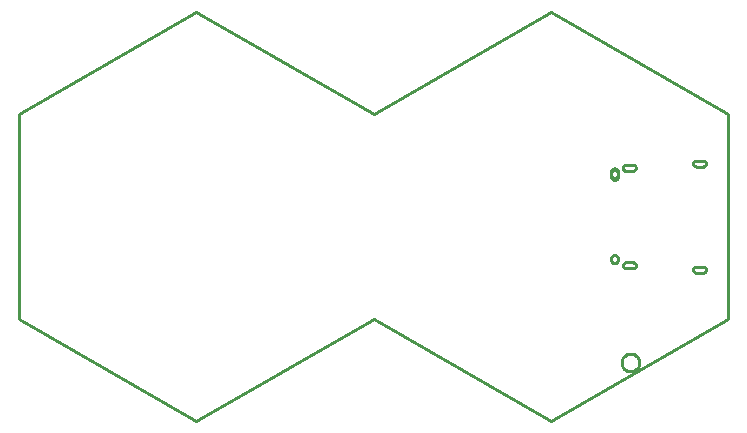
<source format=gbr>
G04 EAGLE Gerber RS-274X export*
G75*
%MOMM*%
%FSLAX34Y34*%
%LPD*%
%IN*%
%IPPOS*%
%AMOC8*
5,1,8,0,0,1.08239X$1,22.5*%
G01*
%ADD10C,0.254000*%


D10*
X-299225Y2300D02*
X-149225Y-84300D01*
X775Y2300D01*
X150775Y-84300D01*
X300775Y2300D01*
X300775Y175500D01*
X150775Y262100D01*
X775Y175500D01*
X-149225Y262100D01*
X-299225Y175500D01*
X-299225Y2300D01*
X201538Y123400D02*
X201550Y123117D01*
X201587Y122836D01*
X201648Y122559D01*
X201734Y122288D01*
X201842Y122027D01*
X201973Y121775D01*
X202125Y121536D01*
X202298Y121311D01*
X202489Y121102D01*
X202698Y120910D01*
X202923Y120738D01*
X203163Y120585D01*
X203414Y120455D01*
X203676Y120346D01*
X203946Y120261D01*
X204223Y120199D01*
X204504Y120162D01*
X204788Y120150D01*
X205071Y120162D01*
X205352Y120199D01*
X205629Y120261D01*
X205899Y120346D01*
X206161Y120455D01*
X206413Y120585D01*
X206652Y120738D01*
X206877Y120910D01*
X207086Y121102D01*
X207277Y121311D01*
X207450Y121536D01*
X207602Y121775D01*
X207733Y122027D01*
X207842Y122288D01*
X207927Y122559D01*
X207988Y122836D01*
X208025Y123117D01*
X208038Y123400D01*
X208038Y126400D01*
X208025Y126683D01*
X207988Y126964D01*
X207927Y127241D01*
X207842Y127512D01*
X207733Y127774D01*
X207602Y128025D01*
X207450Y128264D01*
X207277Y128489D01*
X207086Y128698D01*
X206877Y128890D01*
X206652Y129062D01*
X206413Y129215D01*
X206161Y129346D01*
X205899Y129454D01*
X205629Y129539D01*
X205352Y129601D01*
X205071Y129638D01*
X204788Y129650D01*
X204504Y129638D01*
X204223Y129601D01*
X203946Y129539D01*
X203676Y129454D01*
X203414Y129346D01*
X203163Y129215D01*
X202923Y129062D01*
X202698Y128890D01*
X202489Y128698D01*
X202298Y128489D01*
X202125Y128264D01*
X201973Y128025D01*
X201842Y127774D01*
X201734Y127512D01*
X201648Y127241D01*
X201587Y126964D01*
X201550Y126683D01*
X201538Y126400D01*
X201538Y123400D01*
X271288Y133800D02*
X271297Y133582D01*
X271325Y133366D01*
X271373Y133153D01*
X271438Y132945D01*
X271522Y132743D01*
X271622Y132550D01*
X271740Y132366D01*
X271872Y132193D01*
X272020Y132032D01*
X272181Y131885D01*
X272354Y131752D01*
X272538Y131635D01*
X272731Y131534D01*
X272932Y131451D01*
X273140Y131385D01*
X273353Y131338D01*
X273570Y131310D01*
X273788Y131300D01*
X279788Y131300D01*
X280005Y131310D01*
X280222Y131338D01*
X280435Y131385D01*
X280643Y131451D01*
X280844Y131534D01*
X281038Y131635D01*
X281221Y131752D01*
X281394Y131885D01*
X281555Y132032D01*
X281703Y132193D01*
X281835Y132366D01*
X281953Y132550D01*
X282053Y132743D01*
X282137Y132945D01*
X282202Y133153D01*
X282250Y133366D01*
X282278Y133582D01*
X282288Y133800D01*
X282278Y134018D01*
X282250Y134234D01*
X282202Y134447D01*
X282137Y134655D01*
X282053Y134857D01*
X281953Y135050D01*
X281835Y135234D01*
X281703Y135407D01*
X281555Y135568D01*
X281394Y135715D01*
X281221Y135848D01*
X281038Y135965D01*
X280844Y136066D01*
X280643Y136149D01*
X280435Y136215D01*
X280222Y136262D01*
X280005Y136291D01*
X279788Y136300D01*
X273788Y136300D01*
X273570Y136291D01*
X273353Y136262D01*
X273140Y136215D01*
X272932Y136149D01*
X272731Y136066D01*
X272538Y135965D01*
X272354Y135848D01*
X272181Y135715D01*
X272020Y135568D01*
X271872Y135407D01*
X271740Y135234D01*
X271622Y135050D01*
X271522Y134857D01*
X271438Y134655D01*
X271373Y134447D01*
X271325Y134234D01*
X271297Y134018D01*
X271288Y133800D01*
X271288Y44000D02*
X271297Y43782D01*
X271325Y43566D01*
X271373Y43353D01*
X271438Y43145D01*
X271522Y42943D01*
X271622Y42750D01*
X271740Y42566D01*
X271872Y42393D01*
X272020Y42232D01*
X272181Y42085D01*
X272354Y41952D01*
X272538Y41835D01*
X272731Y41734D01*
X272932Y41651D01*
X273140Y41585D01*
X273353Y41538D01*
X273570Y41510D01*
X273788Y41500D01*
X279788Y41500D01*
X280005Y41510D01*
X280222Y41538D01*
X280435Y41585D01*
X280643Y41651D01*
X280844Y41734D01*
X281038Y41835D01*
X281221Y41952D01*
X281394Y42085D01*
X281555Y42232D01*
X281703Y42393D01*
X281835Y42566D01*
X281953Y42750D01*
X282053Y42943D01*
X282137Y43145D01*
X282202Y43353D01*
X282250Y43566D01*
X282278Y43782D01*
X282288Y44000D01*
X282278Y44218D01*
X282250Y44434D01*
X282202Y44647D01*
X282137Y44855D01*
X282053Y45057D01*
X281953Y45250D01*
X281835Y45434D01*
X281703Y45607D01*
X281555Y45768D01*
X281394Y45915D01*
X281221Y46048D01*
X281038Y46165D01*
X280844Y46266D01*
X280643Y46349D01*
X280435Y46415D01*
X280222Y46462D01*
X280005Y46491D01*
X279788Y46500D01*
X273788Y46500D01*
X273570Y46491D01*
X273353Y46462D01*
X273140Y46415D01*
X272932Y46349D01*
X272731Y46266D01*
X272538Y46165D01*
X272354Y46048D01*
X272181Y45915D01*
X272020Y45768D01*
X271872Y45607D01*
X271740Y45434D01*
X271622Y45250D01*
X271522Y45057D01*
X271438Y44855D01*
X271373Y44647D01*
X271325Y44434D01*
X271297Y44218D01*
X271288Y44000D01*
X211788Y130200D02*
X211797Y129982D01*
X211825Y129766D01*
X211873Y129553D01*
X211938Y129345D01*
X212022Y129143D01*
X212122Y128950D01*
X212240Y128766D01*
X212372Y128593D01*
X212520Y128432D01*
X212681Y128285D01*
X212854Y128152D01*
X213038Y128035D01*
X213231Y127934D01*
X213432Y127851D01*
X213640Y127785D01*
X213853Y127738D01*
X214070Y127710D01*
X214288Y127700D01*
X220288Y127700D01*
X220505Y127710D01*
X220722Y127738D01*
X220935Y127785D01*
X221143Y127851D01*
X221344Y127934D01*
X221538Y128035D01*
X221721Y128152D01*
X221894Y128285D01*
X222055Y128432D01*
X222203Y128593D01*
X222335Y128766D01*
X222453Y128950D01*
X222553Y129143D01*
X222637Y129345D01*
X222702Y129553D01*
X222750Y129766D01*
X222778Y129982D01*
X222788Y130200D01*
X222778Y130418D01*
X222750Y130634D01*
X222702Y130847D01*
X222637Y131055D01*
X222553Y131257D01*
X222453Y131450D01*
X222335Y131634D01*
X222203Y131807D01*
X222055Y131968D01*
X221894Y132115D01*
X221721Y132248D01*
X221538Y132365D01*
X221344Y132466D01*
X221143Y132549D01*
X220935Y132615D01*
X220722Y132662D01*
X220505Y132691D01*
X220288Y132700D01*
X214288Y132700D01*
X214070Y132691D01*
X213853Y132662D01*
X213640Y132615D01*
X213432Y132549D01*
X213231Y132466D01*
X213038Y132365D01*
X212854Y132248D01*
X212681Y132115D01*
X212520Y131968D01*
X212372Y131807D01*
X212240Y131634D01*
X212122Y131450D01*
X212022Y131257D01*
X211938Y131055D01*
X211873Y130847D01*
X211825Y130634D01*
X211797Y130418D01*
X211788Y130200D01*
X211788Y47600D02*
X211797Y47382D01*
X211825Y47166D01*
X211873Y46953D01*
X211938Y46745D01*
X212022Y46543D01*
X212122Y46350D01*
X212240Y46166D01*
X212372Y45993D01*
X212520Y45832D01*
X212681Y45685D01*
X212854Y45552D01*
X213038Y45435D01*
X213231Y45334D01*
X213432Y45251D01*
X213640Y45185D01*
X213853Y45138D01*
X214070Y45110D01*
X214288Y45100D01*
X220288Y45100D01*
X220505Y45110D01*
X220722Y45138D01*
X220935Y45185D01*
X221143Y45251D01*
X221344Y45334D01*
X221538Y45435D01*
X221721Y45552D01*
X221894Y45685D01*
X222055Y45832D01*
X222203Y45993D01*
X222335Y46166D01*
X222453Y46350D01*
X222553Y46543D01*
X222637Y46745D01*
X222702Y46953D01*
X222750Y47166D01*
X222778Y47382D01*
X222788Y47600D01*
X222778Y47818D01*
X222750Y48034D01*
X222702Y48247D01*
X222637Y48455D01*
X222553Y48657D01*
X222453Y48850D01*
X222335Y49034D01*
X222203Y49207D01*
X222055Y49368D01*
X221894Y49515D01*
X221721Y49648D01*
X221538Y49765D01*
X221344Y49866D01*
X221143Y49949D01*
X220935Y50015D01*
X220722Y50062D01*
X220505Y50091D01*
X220288Y50100D01*
X214288Y50100D01*
X214070Y50091D01*
X213853Y50062D01*
X213640Y50015D01*
X213432Y49949D01*
X213231Y49866D01*
X213038Y49765D01*
X212854Y49648D01*
X212681Y49515D01*
X212520Y49368D01*
X212372Y49207D01*
X212240Y49034D01*
X212122Y48850D01*
X212022Y48657D01*
X211938Y48455D01*
X211873Y48247D01*
X211825Y48034D01*
X211797Y47818D01*
X211788Y47600D01*
X224854Y-31170D02*
X225158Y-31841D01*
X225395Y-32539D01*
X225562Y-33256D01*
X225659Y-33987D01*
X225683Y-34723D01*
X225635Y-35459D01*
X225515Y-36186D01*
X225324Y-36898D01*
X225064Y-37587D01*
X224738Y-38248D01*
X224349Y-38874D01*
X223901Y-39459D01*
X223397Y-39996D01*
X222843Y-40482D01*
X222244Y-40912D01*
X221606Y-41280D01*
X220934Y-41584D01*
X220237Y-41821D01*
X219519Y-41988D01*
X218788Y-42085D01*
X218052Y-42109D01*
X217317Y-42060D01*
X216589Y-41940D01*
X215878Y-41750D01*
X215188Y-41490D01*
X214527Y-41164D01*
X213901Y-40775D01*
X213317Y-40326D01*
X212779Y-39823D01*
X212293Y-39269D01*
X211864Y-38670D01*
X211495Y-38032D01*
X211191Y-37360D01*
X210954Y-36662D01*
X210787Y-35945D01*
X210691Y-35214D01*
X210667Y-34478D01*
X210715Y-33742D01*
X210835Y-33015D01*
X211026Y-32304D01*
X211285Y-31614D01*
X211611Y-30953D01*
X212000Y-30327D01*
X212449Y-29743D01*
X212953Y-29205D01*
X213507Y-28719D01*
X214106Y-28290D01*
X214744Y-27921D01*
X215415Y-27617D01*
X216113Y-27380D01*
X216830Y-27213D01*
X217561Y-27117D01*
X218298Y-27093D01*
X219033Y-27141D01*
X219760Y-27261D01*
X220472Y-27452D01*
X221161Y-27711D01*
X221822Y-28037D01*
X222448Y-28426D01*
X223033Y-28875D01*
X223571Y-29378D01*
X224056Y-29933D01*
X224486Y-30532D01*
X224854Y-31170D01*
X205001Y56150D02*
X205423Y56094D01*
X205834Y55984D01*
X206228Y55821D01*
X206597Y55608D01*
X206935Y55349D01*
X207236Y55047D01*
X207496Y54709D01*
X207709Y54341D01*
X207872Y53947D01*
X207982Y53535D01*
X208038Y53113D01*
X208038Y52687D01*
X207982Y52265D01*
X207872Y51853D01*
X207709Y51459D01*
X207496Y51091D01*
X207236Y50753D01*
X206935Y50451D01*
X206597Y50192D01*
X206228Y49979D01*
X205834Y49816D01*
X205423Y49706D01*
X205001Y49650D01*
X204574Y49650D01*
X204152Y49706D01*
X203741Y49816D01*
X203347Y49979D01*
X202978Y50192D01*
X202640Y50451D01*
X202339Y50753D01*
X202079Y51091D01*
X201866Y51459D01*
X201703Y51853D01*
X201593Y52265D01*
X201538Y52687D01*
X201538Y53113D01*
X201593Y53535D01*
X201703Y53947D01*
X201866Y54341D01*
X202079Y54709D01*
X202339Y55047D01*
X202640Y55349D01*
X202978Y55608D01*
X203347Y55821D01*
X203741Y55984D01*
X204152Y56094D01*
X204574Y56150D01*
X205001Y56150D01*
X205001Y128150D02*
X205423Y128094D01*
X205834Y127984D01*
X206228Y127821D01*
X206597Y127608D01*
X206935Y127349D01*
X207236Y127047D01*
X207496Y126709D01*
X207709Y126341D01*
X207872Y125947D01*
X207982Y125535D01*
X208038Y125113D01*
X208038Y124687D01*
X207982Y124265D01*
X207872Y123853D01*
X207709Y123459D01*
X207496Y123091D01*
X207236Y122753D01*
X206935Y122451D01*
X206597Y122192D01*
X206228Y121979D01*
X205834Y121816D01*
X205423Y121706D01*
X205001Y121650D01*
X204574Y121650D01*
X204152Y121706D01*
X203741Y121816D01*
X203347Y121979D01*
X202978Y122192D01*
X202640Y122451D01*
X202339Y122753D01*
X202079Y123091D01*
X201866Y123459D01*
X201703Y123853D01*
X201593Y124265D01*
X201538Y124687D01*
X201538Y125113D01*
X201593Y125535D01*
X201703Y125947D01*
X201866Y126341D01*
X202079Y126709D01*
X202339Y127047D01*
X202640Y127349D01*
X202978Y127608D01*
X203347Y127821D01*
X203741Y127984D01*
X204152Y128094D01*
X204574Y128150D01*
X205001Y128150D01*
M02*

</source>
